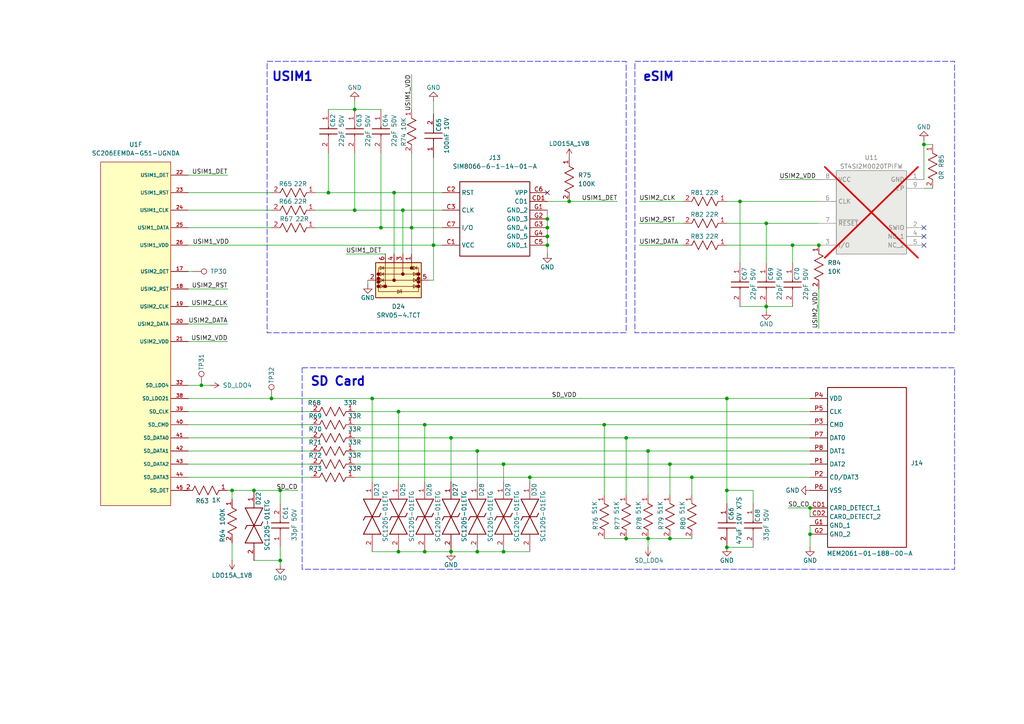
<source format=kicad_sch>
(kicad_sch (version 20250114) (generator "eeschema") (generator_version "9.0")
  (paper "A4")
  (title_block (title "SIMs & SD Card") (date "2025-10-10") (rev "v1.0") (company "Author: Mehmet Cihangir") (comment 1 "CamTracker"))
  (rectangle (start 87.63 106.68) (end 276.86 165.1) (stroke (width 0) (type dash)))
  (rectangle (start 184.15 17.78) (end 276.86 96.52) (stroke (width 0) (type dash)))
  (rectangle (start 77.47 17.78) (end 181.61 96.52) (stroke (width 0) (type dash)))
  (text "eSIM" (at 191.008 22.352 0) (effects (font (size 2.54 2.54) (thickness 0.508) (bold yes))))
  (text "USIM1" (at 84.836 22.352 0) (effects (font (size 2.54 2.54) (thickness 0.508) (bold yes))))
  (text "SD Card" (at 98.044 110.744 0) (effects (font (size 2.54 2.54) (thickness 0.508) (bold yes))))
  (junction (at 102.87 31.75))
  (junction (at 110.49 66.04))
  (junction (at 181.61 127))
  (junction (at 95.25 55.88))
  (junction (at 234.95 147.32))
  (junction (at 107.95 115.57))
  (junction (at 229.87 71.12))
  (junction (at 58.42 111.76))
  (junction (at 187.96 130.81))
  (junction (at 146.05 160.02))
  (junction (at 153.67 138.43))
  (junction (at 81.28 142.24))
  (junction (at 102.87 60.96))
  (junction (at 115.57 160.02))
  (junction (at 130.81 160.02))
  (junction (at 267.97 41.91))
  (junction (at 138.43 160.02))
  (junction (at 200.66 138.43))
  (junction (at 81.28 162.56))
  (junction (at 73.66 142.24))
  (junction (at 194.31 134.62))
  (junction (at 114.3 55.88))
  (junction (at 165.1 58.42))
  (junction (at 234.95 154.94))
  (junction (at 210.82 158.75))
  (junction (at 67.31 142.24))
  (junction (at 138.43 130.81))
  (junction (at 119.38 66.04))
  (junction (at 237.49 71.12))
  (junction (at 158.75 66.04))
  (junction (at 146.05 134.62))
  (junction (at 116.84 60.96))
  (junction (at 115.57 119.38))
  (junction (at 123.19 160.02))
  (junction (at 158.75 71.12))
  (junction (at 78.74 115.57))
  (junction (at 222.25 88.9))
  (junction (at 210.82 115.57))
  (junction (at 210.82 142.24))
  (junction (at 123.19 123.19))
  (junction (at 214.63 58.42))
  (junction (at 181.61 156.21))
  (junction (at 222.25 64.77))
  (junction (at 130.81 127))
  (junction (at 158.75 68.58))
  (junction (at 175.26 123.19))
  (junction (at 125.73 71.12))
  (junction (at 194.31 156.21))
  (junction (at 158.75 63.5))
  (junction (at 187.96 156.21))
  (no_connect (at 267.97 68.58))
  (no_connect (at 267.97 71.12))
  (no_connect (at 158.75 55.88))
  (no_connect (at 267.97 66.04))
  (wire (pts (xy 54.61 93.98) (xy 66.04 93.98)))
  (wire (pts (xy 187.96 156.21) (xy 187.96 158.75)))
  (wire (pts (xy 158.75 60.96) (xy 158.75 63.5)))
  (wire (pts (xy 158.75 68.58) (xy 158.75 71.12)))
  (wire (pts (xy 194.31 134.62) (xy 234.95 134.62)))
  (wire (pts (xy 119.38 44.45) (xy 119.38 66.04)))
  (wire (pts (xy 81.28 162.56) (xy 81.28 163.83)))
  (wire (pts (xy 119.38 66.04) (xy 110.49 66.04)))
  (wire (pts (xy 222.25 88.9) (xy 229.87 88.9)))
  (wire (pts (xy 146.05 134.62) (xy 194.31 134.62)))
  (wire (pts (xy 153.67 138.43) (xy 153.67 139.7)))
  (wire (pts (xy 102.87 31.75) (xy 110.49 31.75)))
  (wire (pts (xy 175.26 156.21) (xy 181.61 156.21)))
  (wire (pts (xy 267.97 41.91) (xy 270.51 41.91)))
  (wire (pts (xy 194.31 134.62) (xy 194.31 143.51)))
  (wire (pts (xy 130.81 127) (xy 181.61 127)))
  (wire (pts (xy 187.96 156.21) (xy 194.31 156.21)))
  (wire (pts (xy 153.67 138.43) (xy 200.66 138.43)))
  (wire (pts (xy 210.82 58.42) (xy 214.63 58.42)))
  (wire (pts (xy 107.95 115.57) (xy 107.95 139.7)))
  (wire (pts (xy 237.49 95.25) (xy 237.49 83.82)))
  (wire (pts (xy 54.61 111.76) (xy 58.42 111.76)))
  (wire (pts (xy 119.38 21.59) (xy 119.38 31.75)))
  (wire (pts (xy 102.87 31.75) (xy 102.87 29.21)))
  (wire (pts (xy 198.12 64.77) (xy 185.42 64.77)))
  (wire (pts (xy 210.82 158.75) (xy 218.44 158.75)))
  (wire (pts (xy 267.97 54.61) (xy 270.51 54.61)))
  (wire (pts (xy 214.63 88.9) (xy 222.25 88.9)))
  (wire (pts (xy 194.31 156.21) (xy 200.66 156.21)))
  (wire (pts (xy 102.87 123.19) (xy 123.19 123.19)))
  (wire (pts (xy 200.66 138.43) (xy 234.95 138.43)))
  (wire (pts (xy 181.61 156.21) (xy 187.96 156.21)))
  (wire (pts (xy 67.31 162.56) (xy 67.31 157.48)))
  (wire (pts (xy 54.61 138.43) (xy 90.17 138.43)))
  (wire (pts (xy 54.61 88.9) (xy 66.04 88.9)))
  (wire (pts (xy 67.31 142.24) (xy 67.31 144.78)))
  (wire (pts (xy 107.95 160.02) (xy 115.57 160.02)))
  (wire (pts (xy 222.25 64.77) (xy 237.49 64.77)))
  (wire (pts (xy 234.95 147.32) (xy 234.95 149.86)))
  (wire (pts (xy 73.66 142.24) (xy 81.28 142.24)))
  (wire (pts (xy 130.81 127) (xy 130.81 139.7)))
  (wire (pts (xy 119.38 66.04) (xy 119.38 73.66)))
  (wire (pts (xy 138.43 130.81) (xy 187.96 130.81)))
  (wire (pts (xy 54.61 99.06) (xy 66.04 99.06)))
  (wire (pts (xy 229.87 71.12) (xy 229.87 76.2)))
  (wire (pts (xy 115.57 160.02) (xy 123.19 160.02)))
  (wire (pts (xy 123.19 160.02) (xy 130.81 160.02)))
  (wire (pts (xy 54.61 127) (xy 90.17 127)))
  (wire (pts (xy 130.81 160.02) (xy 138.43 160.02)))
  (wire (pts (xy 115.57 119.38) (xy 234.95 119.38)))
  (wire (pts (xy 66.04 50.8) (xy 54.61 50.8)))
  (wire (pts (xy 123.19 123.19) (xy 175.26 123.19)))
  (wire (pts (xy 198.12 71.12) (xy 185.42 71.12)))
  (wire (pts (xy 222.25 88.9) (xy 222.25 90.17)))
  (wire (pts (xy 114.3 55.88) (xy 114.3 73.66)))
  (wire (pts (xy 125.73 29.21) (xy 125.73 33.02)))
  (wire (pts (xy 237.49 52.07) (xy 226.06 52.07)))
  (wire (pts (xy 158.75 71.12) (xy 158.75 73.66)))
  (wire (pts (xy 67.31 142.24) (xy 73.66 142.24)))
  (wire (pts (xy 78.74 115.57) (xy 107.95 115.57)))
  (wire (pts (xy 54.61 83.82) (xy 66.04 83.82)))
  (wire (pts (xy 95.25 31.75) (xy 102.87 31.75)))
  (wire (pts (xy 267.97 41.91) (xy 267.97 52.07)))
  (wire (pts (xy 187.96 130.81) (xy 234.95 130.81)))
  (wire (pts (xy 54.61 71.12) (xy 125.73 71.12)))
  (wire (pts (xy 128.27 66.04) (xy 119.38 66.04)))
  (wire (pts (xy 128.27 60.96) (xy 116.84 60.96)))
  (wire (pts (xy 102.87 138.43) (xy 153.67 138.43)))
  (wire (pts (xy 107.95 115.57) (xy 210.82 115.57)))
  (wire (pts (xy 54.61 123.19) (xy 90.17 123.19)))
  (wire (pts (xy 53.34 142.24) (xy 54.61 142.24)))
  (wire (pts (xy 54.61 55.88) (xy 78.74 55.88)))
  (wire (pts (xy 54.61 115.57) (xy 78.74 115.57)))
  (wire (pts (xy 125.73 81.28) (xy 125.73 71.12)))
  (wire (pts (xy 114.3 55.88) (xy 95.25 55.88)))
  (wire (pts (xy 210.82 115.57) (xy 210.82 142.24)))
  (wire (pts (xy 210.82 64.77) (xy 222.25 64.77)))
  (wire (pts (xy 158.75 58.42) (xy 165.1 58.42)))
  (wire (pts (xy 181.61 143.51) (xy 181.61 127)))
  (wire (pts (xy 128.27 55.88) (xy 114.3 55.88)))
  (wire (pts (xy 218.44 142.24) (xy 210.82 142.24)))
  (wire (pts (xy 106.68 82.55) (xy 106.68 81.28)))
  (wire (pts (xy 102.87 119.38) (xy 115.57 119.38)))
  (wire (pts (xy 102.87 130.81) (xy 138.43 130.81)))
  (wire (pts (xy 234.95 154.94) (xy 234.95 158.75)))
  (wire (pts (xy 100.33 73.66) (xy 111.76 73.66)))
  (wire (pts (xy 110.49 44.45) (xy 110.49 66.04)))
  (wire (pts (xy 66.04 142.24) (xy 67.31 142.24)))
  (wire (pts (xy 146.05 134.62) (xy 146.05 139.7)))
  (wire (pts (xy 54.61 130.81) (xy 90.17 130.81)))
  (wire (pts (xy 267.97 40.64) (xy 267.97 41.91)))
  (wire (pts (xy 81.28 142.24) (xy 81.28 146.05)))
  (wire (pts (xy 102.87 127) (xy 130.81 127)))
  (wire (pts (xy 210.82 115.57) (xy 234.95 115.57)))
  (wire (pts (xy 95.25 55.88) (xy 91.44 55.88)))
  (wire (pts (xy 58.42 111.76) (xy 60.96 111.76)))
  (wire (pts (xy 110.49 66.04) (xy 91.44 66.04)))
  (wire (pts (xy 210.82 142.24) (xy 210.82 146.05)))
  (wire (pts (xy 181.61 127) (xy 234.95 127)))
  (wire (pts (xy 158.75 66.04) (xy 158.75 68.58)))
  (wire (pts (xy 124.46 81.28) (xy 125.73 81.28)))
  (wire (pts (xy 165.1 58.42) (xy 179.07 58.42)))
  (wire (pts (xy 102.87 60.96) (xy 91.44 60.96)))
  (wire (pts (xy 55.88 78.74) (xy 54.61 78.74)))
  (wire (pts (xy 123.19 123.19) (xy 123.19 139.7)))
  (wire (pts (xy 210.82 71.12) (xy 229.87 71.12)))
  (wire (pts (xy 81.28 142.24) (xy 86.36 142.24)))
  (wire (pts (xy 73.66 162.56) (xy 81.28 162.56)))
  (wire (pts (xy 125.73 45.72) (xy 125.73 71.12)))
  (wire (pts (xy 229.87 71.12) (xy 237.49 71.12)))
  (wire (pts (xy 138.43 160.02) (xy 146.05 160.02)))
  (wire (pts (xy 138.43 130.81) (xy 138.43 139.7)))
  (wire (pts (xy 54.61 134.62) (xy 90.17 134.62)))
  (wire (pts (xy 54.61 60.96) (xy 78.74 60.96)))
  (wire (pts (xy 214.63 58.42) (xy 237.49 58.42)))
  (wire (pts (xy 228.6 147.32) (xy 234.95 147.32)))
  (wire (pts (xy 116.84 60.96) (xy 102.87 60.96)))
  (wire (pts (xy 218.44 146.05) (xy 218.44 142.24)))
  (wire (pts (xy 198.12 58.42) (xy 185.42 58.42)))
  (wire (pts (xy 81.28 158.75) (xy 81.28 162.56)))
  (wire (pts (xy 158.75 63.5) (xy 158.75 66.04)))
  (wire (pts (xy 95.25 44.45) (xy 95.25 55.88)))
  (wire (pts (xy 175.26 123.19) (xy 175.26 143.51)))
  (wire (pts (xy 222.25 64.77) (xy 222.25 76.2)))
  (wire (pts (xy 102.87 44.45) (xy 102.87 60.96)))
  (wire (pts (xy 175.26 123.19) (xy 234.95 123.19)))
  (wire (pts (xy 234.95 152.4) (xy 234.95 154.94)))
  (wire (pts (xy 115.57 119.38) (xy 115.57 139.7)))
  (wire (pts (xy 54.61 119.38) (xy 90.17 119.38)))
  (wire (pts (xy 187.96 130.81) (xy 187.96 143.51)))
  (wire (pts (xy 200.66 138.43) (xy 200.66 143.51)))
  (wire (pts (xy 54.61 66.04) (xy 78.74 66.04)))
  (wire (pts (xy 116.84 60.96) (xy 116.84 73.66)))
  (wire (pts (xy 125.73 71.12) (xy 128.27 71.12)))
  (wire (pts (xy 102.87 134.62) (xy 146.05 134.62)))
  (wire (pts (xy 146.05 160.02) (xy 153.67 160.02)))
  (wire (pts (xy 214.63 58.42) (xy 214.63 76.2)))
  (label "USIM2_DATA" (at 66.04 93.98 180))
  (label "USIM2_VDD" (at 66.04 99.06 180))
  (label "USIM1_DET" (at 66.04 50.8 180))
  (label "USIM1_DET" (at 179.07 58.42 180))
  (label "USIM2_DATA" (at 185.42 71.12 0))
  (label "USIM1_VDD" (at 55.88 71.12 0))
  (label "SD_CD" (at 228.6 147.32 0))
  (label "USIM2_RST" (at 185.42 64.77 0))
  (label "SD_CD" (at 86.36 142.24 180))
  (label "USIM1_DET" (at 100.33 73.66 0))
  (label "USIM2_VDD" (at 226.06 52.07 0))
  (label "USIM2_RST" (at 66.04 83.82 180))
  (label "USIM2_CLK" (at 66.04 88.9 180))
  (label "USIM1_VDD" (at 119.38 21.59 270))
  (label "USIM2_CLK" (at 185.42 58.42 0))
  (label "USIM2_VDD" (at 237.49 95.25 90))
  (label "SD_VDD" (at 160.02 115.57 0))
  (symbol (lib_id "000MCLib:SC1205-01ETG") (at 153.67 149.86 270) (unit 1)
    (property "Reference" "D30" (at 154.94 144.018 0) (effects (justify right)))
    (property "Value" "SC1205-01ETG" (at 157.48 157.226 0) (effects (justify right)))
    (property "Footprint" "000MCLib:SC120501ETG" (effects (hide yes)))
    (property "Datasheet" "https://www.littelfuse.com/media?resourcetype=datasheets&itemid=fff6fc88-c477-4ea4-984b-6b98f832da15&filename=littelfuse-tvs-diode-array-sc1205-01etg-datasheet-1" (effects (hide yes)))
    (property "Description" "TVS Diode, General Purpose Surge Protection" (effects (hide yes)))
    (property "Manufacturer" "Littelfuse" (effects (hide yes)))
    (property "Part Number" "SC1205-01ETG" (effects (hide yes)))
  )
  (symbol (lib_id "000MCLib:CGA6P1X7S1A476M250AC") (at 210.82 146.05 270) (unit 1)
    (property "Reference" "C66" (at 212.09 147.066 0) (effects (justify left)))
    (property "Value" "47uF 10V X7S" (at 214.376 144.018 0) (effects (justify left)))
    (property "Footprint" "000MCLib:CAPC3225X280N" (effects (hide yes)))
    (property "Datasheet" "https://product.tdk.com/system/files/dam/doc/product/capacitor/ceramic/mlcc/catalog/mlcc_automotive_general_en.pdf" (effects (hide yes)))
    (property "Description" "Capacitor 47uF 10V MLCC X7S AEC-Q200" (effects (hide yes)))
    (property "Manufacturer" "TDK" (effects (hide yes)))
    (property "Part Number" "CGA6P1X7S1A476M250AC" (effects (hide yes)))
  )
  (symbol (lib_id "000MCLib:RC0402JR-0751KL") (at 200.66 149.86 90) (unit 1)
    (property "Reference" "R80" (at 198.12 149.86 0) (effects (justify right)))
    (property "Value" "51K" (at 197.866 145.288 0) (effects (justify right)))
    (property "Footprint" "000MCLib:RC0402N_YAG" (effects (hide yes)))
    (property "Description" "Resistor 51K 1/16W CH0402" (effects (hide yes)))
    (property "Manufacturer" "YAGEO" (effects (hide yes)))
    (property "Part Number" "RC0402JR-0751KL" (effects (hide yes)))
  )
  (symbol (lib_id "000MCLib:RC0402JR-0751KL") (at 194.31 149.86 90) (unit 1)
    (property "Reference" "R79" (at 191.77 149.86 0) (effects (justify right)))
    (property "Value" "51K" (at 191.516 145.288 0) (effects (justify right)))
    (property "Footprint" "000MCLib:RC0402N_YAG" (effects (hide yes)))
    (property "Description" "Resistor 51K 1/16W CH0402" (effects (hide yes)))
    (property "Manufacturer" "YAGEO" (effects (hide yes)))
    (property "Part Number" "RC0402JR-0751KL" (effects (hide yes)))
  )
  (symbol (lib_id "000MCLib:RC0402JR-0733RL") (at 96.52 123.19 0) (unit 1)
    (property "Reference" "R69" (at 91.44 120.65 0))
    (property "Value" "33R" (at 102.87 120.65 0))
    (property "Footprint" "000MCLib:RC0402N_YAG" (effects (hide yes)))
    (property "Description" "Resistor 33R 1/16W CH0402" (effects (hide yes)))
    (property "Manufacturer" "YAGEO" (effects (hide yes)))
    (property "Part Number" "RC0402JR-0733RL" (effects (hide yes)))
  )
  (symbol (lib_id "000MCLib:RC0402JR-0733RL") (at 96.52 130.81 0) (unit 1)
    (property "Reference" "R71" (at 91.44 128.27 0))
    (property "Value" "33R" (at 102.87 128.27 0))
    (property "Footprint" "000MCLib:RC0402N_YAG" (effects (hide yes)))
    (property "Description" "Resistor 33R 1/16W CH0402" (effects (hide yes)))
    (property "Manufacturer" "YAGEO" (effects (hide yes)))
    (property "Part Number" "RC0402JR-0733RL" (effects (hide yes)))
  )
  (symbol (lib_id "power:VDD") (at 67.31 162.56 180) (unit 1)
    (property "Reference" "#PWR0123" (effects (hide yes)))
    (property "Value" "LDO15A_1V8" (at 67.31 166.878 0))
    (property "Description" "Power symbol creates a global label with name \"VDD\"" (effects (hide yes)))
  )
  (symbol (lib_id "000MCLib:RC0402JR-07100KL") (at 165.1 52.07 90) (unit 1)
    (property "Reference" "R75" (at 167.64 50.7999 90) (effects (justify right)))
    (property "Value" "100K" (at 167.64 53.3399 90) (effects (justify right)))
    (property "Footprint" "000MCLib:RC0402N_YAG" (effects (hide yes)))
    (property "Description" "Resistor 100K 1/16W CH0402" (effects (hide yes)))
    (property "Manufacturer" "YAGEO" (effects (hide yes)))
    (property "Part Number" "RC0402JR-07100KL" (effects (hide yes)))
  )
  (symbol (lib_id "power:GND") (at 106.68 82.55 0) (unit 1)
    (property "Reference" "#PWR0126" (effects (hide yes)))
    (property "Value" "GND" (at 106.68 86.36 0))
    (property "Description" "Power symbol creates a global label with name \"GND\" , ground" (effects (hide yes)))
  )
  (symbol (lib_id "000MCLib:RC0402JR-0733RL") (at 96.52 119.38 0) (unit 1)
    (property "Reference" "R68" (at 91.186 116.84 0))
    (property "Value" "33R" (at 101.6 116.84 0))
    (property "Footprint" "000MCLib:RC0402N_YAG" (effects (hide yes)))
    (property "Description" "Resistor 33R 1/16W CH0402" (effects (hide yes)))
    (property "Manufacturer" "YAGEO" (effects (hide yes)))
    (property "Part Number" "RC0402JR-0733RL" (effects (hide yes)))
  )
  (symbol (lib_id "000MCLib:GRM155R71A104KA01D") (at 125.73 39.37 90) (unit 1)
    (property "Reference" "C65" (at 127.254 34.29 0) (effects (justify right)))
    (property "Value" "100nF 10V" (at 129.54 34.036 0) (effects (justify right)))
    (property "Footprint" "000MCLib:CAPC1005X55N" (effects (hide yes)))
    (property "Datasheet" "http://www.murata.com/~/media/webrenewal/support/library/catalog/products/capacitor/mlcc/c02e.pdf" (effects (hide yes)))
    (property "Description" "Capacitor 100nF, 10V, X7R, 0402" (effects (hide yes)))
    (property "Manufacturer" "Murata Electronics" (effects (hide yes)))
    (property "Part Number" "GRM155R71A104KA01D" (effects (hide yes)))
  )
  (symbol (lib_id "000MCLib:ST4SI2M0020TPIFW") (at 237.49 53.34 0) (unit 1) (in_bom no) (dnp yes)
    (property "Reference" "U11" (at 252.73 45.72 0))
    (property "Value" "ST4SI2M0020TPIFW" (at 252.73 48.26 0))
    (property "Footprint" "000MCLib:SON127P600X500X100-9N" (effects (hide yes)))
    (property "Description" "IC ESIM GSMA SYS-ON-CHIP SOLUTION, VFDFPN" (effects (hide yes)))
    (property "Manufacturer" "STMicroelectronics" (effects (hide yes)))
    (property "Part Number" "ST4SI2M0020TPIFW" (effects (hide yes)))
  )
  (symbol (lib_id "000MCLib:RC0402JR-0722RL") (at 204.47 64.77 0) (unit 1)
    (property "Reference" "R82" (at 202.184 62.23 0))
    (property "Value" "22R" (at 206.502 62.23 0))
    (property "Footprint" "000MCLib:RC0402N_YAG" (effects (hide yes)))
    (property "Description" "Resistor 22R 1/16W CH0402" (effects (hide yes)))
    (property "Manufacturer" "YAGEO" (effects (hide yes)))
    (property "Part Number" "RC0402JR-0722RL" (effects (hide yes)))
  )
  (symbol (lib_id "000MCLib:RC0402JR-0722RL") (at 85.09 66.04 0) (unit 1)
    (property "Reference" "R67" (at 83.058 63.5 0))
    (property "Value" "22R" (at 87.63 63.5 0))
    (property "Footprint" "000MCLib:RC0402N_YAG" (effects (hide yes)))
    (property "Description" "Resistor 22R 1/16W CH0402" (effects (hide yes)))
    (property "Manufacturer" "YAGEO" (effects (hide yes)))
    (property "Part Number" "RC0402JR-0722RL" (effects (hide yes)))
  )
  (symbol (lib_id "000MCLib:RC0402JR-0733RL") (at 96.52 127 0) (unit 1)
    (property "Reference" "R70" (at 91.44 124.46 0))
    (property "Value" "33R" (at 102.87 124.46 0))
    (property "Footprint" "000MCLib:RC0402N_YAG" (effects (hide yes)))
    (property "Description" "Resistor 33R 1/16W CH0402" (effects (hide yes)))
    (property "Manufacturer" "YAGEO" (effects (hide yes)))
    (property "Part Number" "RC0402JR-0733RL" (effects (hide yes)))
  )
  (symbol (lib_id "000MCLib:SC1205-01ETG") (at 146.05 149.86 270) (unit 1)
    (property "Reference" "D29" (at 147.32 144.018 0) (effects (justify right)))
    (property "Value" "SC1205-01ETG" (at 149.86 157.226 0) (effects (justify right)))
    (property "Footprint" "000MCLib:SC120501ETG" (effects (hide yes)))
    (property "Datasheet" "https://www.littelfuse.com/media?resourcetype=datasheets&itemid=fff6fc88-c477-4ea4-984b-6b98f832da15&filename=littelfuse-tvs-diode-array-sc1205-01etg-datasheet-1" (effects (hide yes)))
    (property "Description" "TVS Diode, General Purpose Surge Protection" (effects (hide yes)))
    (property "Manufacturer" "Littelfuse" (effects (hide yes)))
    (property "Part Number" "SC1205-01ETG" (effects (hide yes)))
  )
  (symbol (lib_id "000MCLib:RC0402JR-071KL") (at 59.69 142.24 0) (unit 1)
    (property "Reference" "R63" (at 58.674 145.288 0))
    (property "Value" "1K" (at 62.738 145.034 0))
    (property "Footprint" "000MCLib:RC0402N_YAG" (effects (hide yes)))
    (property "Description" "Resistor 1K 1/16W CH0402" (effects (hide yes)))
    (property "Manufacturer" "YAGEO" (effects (hide yes)))
    (property "Part Number" "RC0402JR-071KL" (effects (hide yes)))
  )
  (symbol (lib_id "000MCLib:RC0402JR-0733RL") (at 96.52 138.43 0) (unit 1)
    (property "Reference" "R73" (at 91.44 135.89 0))
    (property "Value" "33R" (at 102.87 135.89 0))
    (property "Footprint" "000MCLib:RC0402N_YAG" (effects (hide yes)))
    (property "Description" "Resistor 33R 1/16W CH0402" (effects (hide yes)))
    (property "Manufacturer" "YAGEO" (effects (hide yes)))
    (property "Part Number" "RC0402JR-0733RL" (effects (hide yes)))
  )
  (symbol (lib_id "000MCLib:SC1205-01ETG") (at 107.95 149.86 270) (unit 1)
    (property "Reference" "D23" (at 109.22 144.018 0) (effects (justify right)))
    (property "Value" "SC1205-01ETG" (at 111.76 157.226 0) (effects (justify right)))
    (property "Footprint" "000MCLib:SC120501ETG" (effects (hide yes)))
    (property "Datasheet" "https://www.littelfuse.com/media?resourcetype=datasheets&itemid=fff6fc88-c477-4ea4-984b-6b98f832da15&filename=littelfuse-tvs-diode-array-sc1205-01etg-datasheet-1" (effects (hide yes)))
    (property "Description" "TVS Diode, General Purpose Surge Protection" (effects (hide yes)))
    (property "Manufacturer" "Littelfuse" (effects (hide yes)))
    (property "Part Number" "SC1205-01ETG" (effects (hide yes)))
  )
  (symbol (lib_id "000MCLib:RC0402JR-0751KL") (at 175.26 149.86 90) (unit 1)
    (property "Reference" "R76" (at 172.72 149.86 0) (effects (justify right)))
    (property "Value" "51K" (at 172.466 145.288 0) (effects (justify right)))
    (property "Footprint" "000MCLib:RC0402N_YAG" (effects (hide yes)))
    (property "Description" "Resistor 51K 1/16W CH0402" (effects (hide yes)))
    (property "Manufacturer" "YAGEO" (effects (hide yes)))
    (property "Part Number" "RC0402JR-0751KL" (effects (hide yes)))
  )
  (symbol (lib_id "000MCLib:RC0402JR-0710KL") (at 237.49 77.47 90) (unit 1)
    (property "Reference" "R84" (at 240.03 76.1999 90) (effects (justify right)))
    (property "Value" "10K" (at 240.03 78.7399 90) (effects (justify right)))
    (property "Footprint" "000MCLib:RC0402N_YAG" (effects (hide yes)))
    (property "Description" "Resistor 10K 1/16W CH0402" (effects (hide yes)))
    (property "Manufacturer" "YAGEO" (effects (hide yes)))
    (property "Part Number" "RC0402JR-0710KL" (effects (hide yes)))
  )
  (symbol (lib_id "000MCLib:GRM1555C1H330JA01D") (at 218.44 152.4 270) (unit 1)
    (property "Reference" "C68" (at 219.71 147.574 0) (effects (justify left)))
    (property "Value" "33pF 50V" (at 222.25 147.574 0) (effects (justify left)))
    (property "Footprint" "000MCLib:CAPC1005X55N" (effects (hide yes)))
    (property "Datasheet" "http://www.murata.com/~/media/webrenewal/support/library/catalog/products/capacitor/mlcc/c02e.pdf" (effects (hide yes)))
    (property "Description" "Capacitor 33pF, 50V, X5R, 0402" (effects (hide yes)))
    (property "Manufacturer" "Murata Electronics" (effects (hide yes)))
    (property "Part Number" "GRM1555C1H330JA01D" (effects (hide yes)))
  )
  (symbol (lib_id "power:GND") (at 267.97 40.64 180) (unit 1)
    (property "Reference" "#PWR0136" (effects (hide yes)))
    (property "Value" "GND" (at 267.97 36.83 0))
    (property "Description" "Power symbol creates a global label with name \"GND\" , ground" (effects (hide yes)))
  )
  (symbol (lib_id "000MCLib:RC0402JR-0751KL") (at 187.96 149.86 90) (unit 1)
    (property "Reference" "R78" (at 185.42 149.86 0) (effects (justify right)))
    (property "Value" "51K" (at 185.166 145.288 0) (effects (justify right)))
    (property "Footprint" "000MCLib:RC0402N_YAG" (effects (hide yes)))
    (property "Description" "Resistor 51K 1/16W CH0402" (effects (hide yes)))
    (property "Manufacturer" "YAGEO" (effects (hide yes)))
    (property "Part Number" "RC0402JR-0751KL" (effects (hide yes)))
  )
  (symbol (lib_id "power:GND") (at 130.81 160.02 0) (unit 1)
    (property "Reference" "#PWR0128" (effects (hide yes)))
    (property "Value" "GND" (at 130.81 163.83 0))
    (property "Description" "Power symbol creates a global label with name \"GND\" , ground" (effects (hide yes)))
  )
  (symbol (lib_id "000MCLib:SRV05-4.TCT") (at 115.57 81.28 270) (unit 1)
    (property "Reference" "D24" (at 115.57 88.9 90))
    (property "Value" "SRV05-4.TCT" (at 115.57 91.44 90))
    (property "Footprint" "000MCLib:SOT95P280X145-6N" (effects (hide yes)))
    (property "Datasheet" "https://datasheet.datasheetarchive.com/originals/distributors/Datasheets-DGA26/1842016.pdf" (effects (hide yes)))
    (property "Description" "TVS Diode Array, 300W, 6-Pin SOT-23" (effects (hide yes)))
    (property "Manufacturer" "SEMTECH" (effects (hide yes)))
    (property "Part Number" "SRV05-4.TCT" (effects (hide yes)))
  )
  (symbol (lib_id "000MCLib:MEM2061-01-188-00-A") (at 228.6 134.62 0) (unit 1)
    (property "Reference" "J14" (at 264.16 134.3024 0) (effects (justify left)))
    (property "Value" "MEM2061-01-188-00-A" (at 239.776 160.528 0) (effects (justify left)))
    (property "Footprint" "000MCLib:MEM20610118800A" (effects (hide yes)))
    (property "Datasheet" "https://gct.co/files/drawings/mem2061.pdf?v=db251ddb-1946-4f24-aa19-b8a17901bdd2" (effects (hide yes)))
    (property "Description" "Connector -  Memory Card, 8 Contacts , With Switch" (effects (hide yes)))
    (property "Manufacturer" "GCT (GLOBAL CONNECTOR TECHNOLOGY)" (effects (hide yes)))
    (property "Part Number" "MEM2061-01-188-00-A" (effects (hide yes)))
  )
  (symbol (lib_id "000MCLib:RC0402JR-0710KL") (at 119.38 38.1 90) (unit 1)
    (property "Reference" "R74" (at 117.094 38.608 0) (effects (justify right)))
    (property "Value" "10K" (at 117.094 34.036 0) (effects (justify right)))
    (property "Footprint" "000MCLib:RC0402N_YAG" (effects (hide yes)))
    (property "Description" "Resistor 10K 1/16W CH0402" (effects (hide yes)))
    (property "Manufacturer" "YAGEO" (effects (hide yes)))
    (property "Part Number" "RC0402JR-0710KL" (effects (hide yes)))
  )
  (symbol (lib_id "000MCLib:GRM1555C1H220JA01D") (at 214.63 82.55 270) (unit 1)
    (property "Reference" "C67" (at 215.9 77.47 0) (effects (justify left)))
    (property "Value" "22pF 50V" (at 218.44 77.724 0) (effects (justify left)))
    (property "Footprint" "000MCLib:CAPC1005X55N" (effects (hide yes)))
    (property "Datasheet" "http://www.murata.com/~/media/webrenewal/support/library/catalog/products/capacitor/mlcc/c02e.pdf" (effects (hide yes)))
    (property "Description" "Capacitor 22pF, 50V, X5R, 0402" (effects (hide yes)))
    (property "Manufacturer" "Murata Electronics" (effects (hide yes)))
    (property "Part Number" "GRM1555C1H220JA01D" (effects (hide yes)))
  )
  (symbol (lib_id "power:GND") (at 102.87 29.21 180) (unit 1)
    (property "Reference" "#PWR0125" (effects (hide yes)))
    (property "Value" "GND" (at 102.87 25.4 0))
    (property "Description" "Power symbol creates a global label with name \"GND\" , ground" (effects (hide yes)))
  )
  (symbol (lib_id "000MCLib:TestPoint") (at 58.42 111.76 0) (unit 1)
    (property "Reference" "TP31" (at 58.42 107.442 90) (effects (justify left)))
    (property "Value" "TestPoint" (effects (hide yes)))
    (property "Footprint" "TestPoint:TestPoint_Pad_D1.0mm" (effects (hide yes)))
    (property "Description" "test point" (effects (hide yes)))
  )
  (symbol (lib_id "000MCLib:TestPoint") (at 55.88 78.74 270) (unit 1)
    (property "Reference" "TP30" (at 60.96 78.74 90) (effects (justify left)))
    (property "Value" "TestPoint" (effects (hide yes)))
    (property "Footprint" "TestPoint:TestPoint_Pad_D1.0mm" (effects (hide yes)))
    (property "Description" "test point" (effects (hide yes)))
  )
  (symbol (lib_id "power:GND") (at 234.95 142.24 270) (unit 1)
    (property "Reference" "#PWR0134" (effects (hide yes)))
    (property "Value" "GND" (at 229.87 142.24 90))
    (property "Description" "Power symbol creates a global label with name \"GND\" , ground" (effects (hide yes)))
  )
  (symbol (lib_id "power:VDD") (at 165.1 45.72 0) (unit 1)
    (property "Reference" "#PWR0130" (effects (hide yes)))
    (property "Value" "LDO15A_1V8" (at 165.1 41.656 0))
    (property "Description" "Power symbol creates a global label with name \"VDD\"" (effects (hide yes)))
  )
  (symbol (lib_id "000MCLib:SC1205-01ETG") (at 115.57 149.86 270) (unit 1)
    (property "Reference" "D25" (at 116.84 144.018 0) (effects (justify right)))
    (property "Value" "SC1205-01ETG" (at 119.38 157.226 0) (effects (justify right)))
    (property "Footprint" "000MCLib:SC120501ETG" (effects (hide yes)))
    (property "Datasheet" "https://www.littelfuse.com/media?resourcetype=datasheets&itemid=fff6fc88-c477-4ea4-984b-6b98f832da15&filename=littelfuse-tvs-diode-array-sc1205-01etg-datasheet-1" (effects (hide yes)))
    (property "Description" "TVS Diode, General Purpose Surge Protection" (effects (hide yes)))
    (property "Manufacturer" "Littelfuse" (effects (hide yes)))
    (property "Part Number" "SC1205-01ETG" (effects (hide yes)))
  )
  (symbol (lib_id "000MCLib:SC1205-01ETG") (at 138.43 149.86 270) (unit 1)
    (property "Reference" "D28" (at 139.7 144.018 0) (effects (justify right)))
    (property "Value" "SC1205-01ETG" (at 142.24 157.226 0) (effects (justify right)))
    (property "Footprint" "000MCLib:SC120501ETG" (effects (hide yes)))
    (property "Datasheet" "https://www.littelfuse.com/media?resourcetype=datasheets&itemid=fff6fc88-c477-4ea4-984b-6b98f832da15&filename=littelfuse-tvs-diode-array-sc1205-01etg-datasheet-1" (effects (hide yes)))
    (property "Description" "TVS Diode, General Purpose Surge Protection" (effects (hide yes)))
    (property "Manufacturer" "Littelfuse" (effects (hide yes)))
    (property "Part Number" "SC1205-01ETG" (effects (hide yes)))
  )
  (symbol (lib_id "000MCLib:GRM1555C1H220JA01D") (at 229.87 82.55 270) (unit 1)
    (property "Reference" "C70" (at 231.14 77.47 0) (effects (justify left)))
    (property "Value" "22pF 50V" (at 233.68 77.724 0) (effects (justify left)))
    (property "Footprint" "000MCLib:CAPC1005X55N" (effects (hide yes)))
    (property "Datasheet" "http://www.murata.com/~/media/webrenewal/support/library/catalog/products/capacitor/mlcc/c02e.pdf" (effects (hide yes)))
    (property "Description" "Capacitor 22pF, 50V, X5R, 0402" (effects (hide yes)))
    (property "Manufacturer" "Murata Electronics" (effects (hide yes)))
    (property "Part Number" "GRM1555C1H220JA01D" (effects (hide yes)))
  )
  (symbol (lib_id "power:GND") (at 81.28 163.83 0) (unit 1)
    (property "Reference" "#PWR0124" (effects (hide yes)))
    (property "Value" "GND" (at 81.28 167.64 0))
    (property "Description" "Power symbol creates a global label with name \"GND\" , ground" (effects (hide yes)))
  )
  (symbol (lib_id "power:GND") (at 158.75 73.66 0) (unit 1)
    (property "Reference" "#PWR0129" (effects (hide yes)))
    (property "Value" "GND" (at 158.75 77.47 0))
    (property "Description" "Power symbol creates a global label with name \"GND\" , ground" (effects (hide yes)))
  )
  (symbol (lib_id "000MCLib:RC0402JR-070RL") (at 270.51 48.26 90) (unit 1)
    (property "Reference" "R85" (at 273.05 46.736 0))
    (property "Value" "0R" (at 273.05 50.8 0))
    (property "Footprint" "000MCLib:RC0402N_YAG" (effects (hide yes)))
    (property "Description" "Resistor 0R 1/16W CH0402" (effects (hide yes)))
    (property "Manufacturer" "YAGEO" (effects (hide yes)))
    (property "Part Number" "RC0402JR-070RL" (effects (hide yes)))
  )
  (symbol (lib_id "000MCLib:GRM1555C1H220JA01D") (at 222.25 82.55 270) (unit 1)
    (property "Reference" "C69" (at 223.52 77.47 0) (effects (justify left)))
    (property "Value" "22pF 50V" (at 226.06 77.724 0) (effects (justify left)))
    (property "Footprint" "000MCLib:CAPC1005X55N" (effects (hide yes)))
    (property "Datasheet" "http://www.murata.com/~/media/webrenewal/support/library/catalog/products/capacitor/mlcc/c02e.pdf" (effects (hide yes)))
    (property "Description" "Capacitor 22pF, 50V, X5R, 0402" (effects (hide yes)))
    (property "Manufacturer" "Murata Electronics" (effects (hide yes)))
    (property "Part Number" "GRM1555C1H220JA01D" (effects (hide yes)))
  )
  (symbol (lib_id "000MCLib:GRM1555C1H220JA01D") (at 110.49 38.1 270) (unit 1)
    (property "Reference" "C64" (at 111.76 33.02 0) (effects (justify left)))
    (property "Value" "22pF 50V" (at 114.3 33.274 0) (effects (justify left)))
    (property "Footprint" "000MCLib:CAPC1005X55N" (effects (hide yes)))
    (property "Datasheet" "http://www.murata.com/~/media/webrenewal/support/library/catalog/products/capacitor/mlcc/c02e.pdf" (effects (hide yes)))
    (property "Description" "Capacitor 22pF, 50V, X5R, 0402" (effects (hide yes)))
    (property "Manufacturer" "Murata Electronics" (effects (hide yes)))
    (property "Part Number" "GRM1555C1H220JA01D" (effects (hide yes)))
  )
  (symbol (lib_id "power:GND") (at 210.82 158.75 0) (unit 1)
    (property "Reference" "#PWR0132" (effects (hide yes)))
    (property "Value" "GND" (at 210.82 162.56 0))
    (property "Description" "Power symbol creates a global label with name \"GND\" , ground" (effects (hide yes)))
  )
  (symbol (lib_id "000MCLib:RC0402JR-0722RL") (at 204.47 58.42 0) (unit 1)
    (property "Reference" "R81" (at 202.184 55.88 0))
    (property "Value" "22R" (at 206.502 55.88 0))
    (property "Footprint" "000MCLib:RC0402N_YAG" (effects (hide yes)))
    (property "Description" "Resistor 22R 1/16W CH0402" (effects (hide yes)))
    (property "Manufacturer" "YAGEO" (effects (hide yes)))
    (property "Part Number" "RC0402JR-0722RL" (effects (hide yes)))
  )
  (symbol (lib_id "000MCLib:RC0402JR-0722RL") (at 204.47 71.12 0) (unit 1)
    (property "Reference" "R83" (at 202.184 68.58 0))
    (property "Value" "22R" (at 206.502 68.58 0))
    (property "Footprint" "000MCLib:RC0402N_YAG" (effects (hide yes)))
    (property "Description" "Resistor 22R 1/16W CH0402" (effects (hide yes)))
    (property "Manufacturer" "YAGEO" (effects (hide yes)))
    (property "Part Number" "RC0402JR-0722RL" (effects (hide yes)))
  )
  (symbol (lib_id "000MCLib:RC0402JR-0722RL") (at 85.09 55.88 0) (unit 1)
    (property "Reference" "R65" (at 82.804 53.34 0))
    (property "Value" "22R" (at 87.122 53.34 0))
    (property "Footprint" "000MCLib:RC0402N_YAG" (effects (hide yes)))
    (property "Description" "Resistor 22R 1/16W CH0402" (effects (hide yes)))
    (property "Manufacturer" "YAGEO" (effects (hide yes)))
    (property "Part Number" "RC0402JR-0722RL" (effects (hide yes)))
  )
  (symbol (lib_id "000MCLib:SC1205-01ETG") (at 123.19 149.86 270) (unit 1)
    (property "Reference" "D26" (at 124.46 144.018 0) (effects (justify right)))
    (property "Value" "SC1205-01ETG" (at 127 157.226 0) (effects (justify right)))
    (property "Footprint" "000MCLib:SC120501ETG" (effects (hide yes)))
    (property "Datasheet" "https://www.littelfuse.com/media?resourcetype=datasheets&itemid=fff6fc88-c477-4ea4-984b-6b98f832da15&filename=littelfuse-tvs-diode-array-sc1205-01etg-datasheet-1" (effects (hide yes)))
    (property "Description" "TVS Diode, General Purpose Surge Protection" (effects (hide yes)))
    (property "Manufacturer" "Littelfuse" (effects (hide yes)))
    (property "Part Number" "SC1205-01ETG" (effects (hide yes)))
  )
  (symbol (lib_id "000MCLib:RC0402JR-0751KL") (at 181.61 149.86 90) (unit 1)
    (property "Reference" "R77" (at 179.07 149.86 0) (effects (justify right)))
    (property "Value" "51K" (at 178.816 145.288 0) (effects (justify right)))
    (property "Footprint" "000MCLib:RC0402N_YAG" (effects (hide yes)))
    (property "Description" "Resistor 51K 1/16W CH0402" (effects (hide yes)))
    (property "Manufacturer" "YAGEO" (effects (hide yes)))
    (property "Part Number" "RC0402JR-0751KL" (effects (hide yes)))
  )
  (symbol (lib_id "000MCLib:SIM8066-6-1-14-01-A") (at 143.51 59.69 0) (unit 1)
    (property "Reference" "J13" (at 143.51 45.72 0))
    (property "Value" "SIM8066-6-1-14-01-A" (at 143.51 48.26 0))
    (property "Footprint" "000MCLib:SIM8066611401A" (effects (hide yes)))
    (property "Datasheet" "https://gct.co/connector/sim8066" (effects (hide yes)))
    (property "Description" "Connector Memory Card Connectors 1.44mm Nano SIM Conn w/Peg and Switch" (effects (hide yes)))
    (property "Manufacturer" "GCT (GLOBAL CONNECTOR TECHNOLOGY)" (effects (hide yes)))
    (property "Part Number" "SIM8066-6-1-14-01-A" (effects (hide yes)))
  )
  (symbol (lib_id "000MCLib:RC0402JR-0733RL") (at 96.52 134.62 0) (unit 1)
    (property "Reference" "R72" (at 91.44 132.08 0))
    (property "Value" "33R" (at 102.87 132.08 0))
    (property "Footprint" "000MCLib:RC0402N_YAG" (effects (hide yes)))
    (property "Description" "Resistor 33R 1/16W CH0402" (effects (hide yes)))
    (property "Manufacturer" "YAGEO" (effects (hide yes)))
    (property "Part Number" "RC0402JR-0733RL" (effects (hide yes)))
  )
  (symbol (lib_id "000MCLib:GRM1555C1H330JA01D") (at 81.28 152.4 90) (unit 1)
    (property "Reference" "C61" (at 82.804 146.812 0) (effects (justify right)))
    (property "Value" "33pF 50V" (at 85.344 147.574 0) (effects (justify right)))
    (property "Footprint" "000MCLib:CAPC1005X55N" (effects (hide yes)))
    (property "Datasheet" "http://www.murata.com/~/media/webrenewal/support/library/catalog/products/capacitor/mlcc/c02e.pdf" (effects (hide yes)))
    (property "Description" "Capacitor 33pF, 50V, X5R, 0402" (effects (hide yes)))
    (property "Manufacturer" "Murata Electronics" (effects (hide yes)))
    (property "Part Number" "GRM1555C1H330JA01D" (effects (hide yes)))
  )
  (symbol (lib_id "000MCLib:RC0402JR-0722RL") (at 85.09 60.96 0) (unit 1)
    (property "Reference" "R66" (at 82.804 58.42 0))
    (property "Value" "22R" (at 87.122 58.42 0))
    (property "Footprint" "000MCLib:RC0402N_YAG" (effects (hide yes)))
    (property "Description" "Resistor 22R 1/16W CH0402" (effects (hide yes)))
    (property "Manufacturer" "YAGEO" (effects (hide yes)))
    (property "Part Number" "RC0402JR-0722RL" (effects (hide yes)))
  )
  (symbol (lib_id "000MCLib:GRM1555C1H220JA01D") (at 102.87 38.1 270) (unit 1)
    (property "Reference" "C63" (at 104.14 33.02 0) (effects (justify left)))
    (property "Value" "22pF 50V" (at 106.68 33.274 0) (effects (justify left)))
    (property "Footprint" "000MCLib:CAPC1005X55N" (effects (hide yes)))
    (property "Datasheet" "http://www.murata.com/~/media/webrenewal/support/library/catalog/products/capacitor/mlcc/c02e.pdf" (effects (hide yes)))
    (property "Description" "Capacitor 22pF, 50V, X5R, 0402" (effects (hide yes)))
    (property "Manufacturer" "Murata Electronics" (effects (hide yes)))
    (property "Part Number" "GRM1555C1H220JA01D" (effects (hide yes)))
  )
  (symbol (lib_id "power:VDD") (at 60.96 111.76 270) (unit 1)
    (property "Reference" "#PWR0122" (effects (hide yes)))
    (property "Value" "SD_LDO4" (at 68.834 111.76 90))
    (property "Description" "Power symbol creates a global label with name \"VDD\"" (effects (hide yes)))
  )
  (symbol (lib_id "000MCLib:SC1205-01ETG") (at 73.66 152.4 270) (unit 1)
    (property "Reference" "D22" (at 74.93 146.558 0) (effects (justify right)))
    (property "Value" "SC1205-01ETG" (at 77.47 159.766 0) (effects (justify right)))
    (property "Footprint" "000MCLib:SC120501ETG" (effects (hide yes)))
    (property "Datasheet" "https://www.littelfuse.com/media?resourcetype=datasheets&itemid=fff6fc88-c477-4ea4-984b-6b98f832da15&filename=littelfuse-tvs-diode-array-sc1205-01etg-datasheet-1" (effects (hide yes)))
    (property "Description" "TVS Diode, General Purpose Surge Protection" (effects (hide yes)))
    (property "Manufacturer" "Littelfuse" (effects (hide yes)))
    (property "Part Number" "SC1205-01ETG" (effects (hide yes)))
  )
  (symbol (lib_id "000MCLib:TestPoint") (at 78.74 115.57 0) (unit 1)
    (property "Reference" "TP32" (at 78.74 111.252 90) (effects (justify left)))
    (property "Value" "TestPoint" (effects (hide yes)))
    (property "Footprint" "TestPoint:TestPoint_Pad_D1.0mm" (effects (hide yes)))
    (property "Description" "test point" (effects (hide yes)))
  )
  (symbol (lib_id "000MCLib:GRM1555C1H220JA01D") (at 95.25 38.1 270) (unit 1)
    (property "Reference" "C62" (at 96.52 33.02 0) (effects (justify left)))
    (property "Value" "22pF 50V" (at 99.06 33.274 0) (effects (justify left)))
    (property "Footprint" "000MCLib:CAPC1005X55N" (effects (hide yes)))
    (property "Datasheet" "http://www.murata.com/~/media/webrenewal/support/library/catalog/products/capacitor/mlcc/c02e.pdf" (effects (hide yes)))
    (property "Description" "Capacitor 22pF, 50V, X5R, 0402" (effects (hide yes)))
    (property "Manufacturer" "Murata Electronics" (effects (hide yes)))
    (property "Part Number" "GRM1555C1H220JA01D" (effects (hide yes)))
  )
  (symbol (lib_id "power:GND") (at 125.73 29.21 180) (unit 1)
    (property "Reference" "#PWR0127" (effects (hide yes)))
    (property "Value" "GND" (at 125.73 25.4 0))
    (property "Description" "Power symbol creates a global label with name \"GND\" , ground" (effects (hide yes)))
  )
  (symbol (lib_id "000MCLib:SC1205-01ETG") (at 130.81 149.86 270) (unit 1)
    (property "Reference" "D27" (at 132.08 144.018 0) (effects (justify right)))
    (property "Value" "SC1205-01ETG" (at 134.62 157.226 0) (effects (justify right)))
    (property "Footprint" "000MCLib:SC120501ETG" (effects (hide yes)))
    (property "Datasheet" "https://www.littelfuse.com/media?resourcetype=datasheets&itemid=fff6fc88-c477-4ea4-984b-6b98f832da15&filename=littelfuse-tvs-diode-array-sc1205-01etg-datasheet-1" (effects (hide yes)))
    (property "Description" "TVS Diode, General Purpose Surge Protection" (effects (hide yes)))
    (property "Manufacturer" "Littelfuse" (effects (hide yes)))
    (property "Part Number" "SC1205-01ETG" (effects (hide yes)))
  )
  (symbol (lib_id "power:GND") (at 234.95 158.75 0) (unit 1)
    (property "Reference" "#PWR0135" (effects (hide yes)))
    (property "Value" "GND" (at 234.95 162.56 0))
    (property "Description" "Power symbol creates a global label with name \"GND\" , ground" (effects (hide yes)))
  )
  (symbol (lib_id "power:VDD") (at 187.96 158.75 180) (unit 1)
    (property "Reference" "#PWR0131" (effects (hide yes)))
    (property "Value" "SD_LDO4" (at 188.214 162.56 0))
    (property "Description" "Power symbol creates a global label with name \"VDD\"" (effects (hide yes)))
  )
  (symbol (lib_id "000MCLib:SC200E") (at 39.37 90.17 0) (unit 6)
    (property "Reference" "U1" (at 39.37 41.91 0))
    (property "Value" "SC206EEMDA-G51-UGNDA" (at 39.37 44.45 0))
    (property "Footprint" "000MCLib:SC200E_SC206E" (effects (hide yes)))
    (property "Description" "SC200E/SC206E Smart Module" (effects (hide yes)))
    (property "Manufacturer" "Quectel" (effects (hide yes)))
    (property "Part Number" "SC200EEMNA-E53-UGNDA" (effects (hide yes)))
  )
  (symbol (lib_id "000MCLib:RC0402JR-07100KL") (at 67.31 151.13 90) (unit 1)
    (property "Reference" "R64" (at 64.516 153.416 0) (effects (justify right)))
    (property "Value" "100K" (at 64.516 147.32 0) (effects (justify right)))
    (property "Footprint" "000MCLib:RC0402N_YAG" (effects (hide yes)))
    (property "Description" "Resistor 100K 1/16W CH0402" (effects (hide yes)))
    (property "Manufacturer" "YAGEO" (effects (hide yes)))
    (property "Part Number" "RC0402JR-07100KL" (effects (hide yes)))
  )
  (symbol (lib_id "power:GND") (at 222.25 90.17 0) (unit 1)
    (property "Reference" "#PWR0133" (effects (hide yes)))
    (property "Value" "GND" (at 222.25 93.98 0))
    (property "Description" "Power symbol creates a global label with name \"GND\" , ground" (effects (hide yes)))
  )
)
</source>
